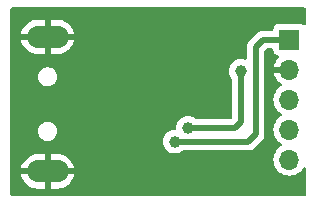
<source format=gbl>
G04 #@! TF.GenerationSoftware,KiCad,Pcbnew,7.0.6*
G04 #@! TF.CreationDate,2023-08-23T21:48:07+08:00*
G04 #@! TF.ProjectId,USB_TTL,5553425f-5454-44c2-9e6b-696361645f70,rev?*
G04 #@! TF.SameCoordinates,Original*
G04 #@! TF.FileFunction,Copper,L2,Bot*
G04 #@! TF.FilePolarity,Positive*
%FSLAX46Y46*%
G04 Gerber Fmt 4.6, Leading zero omitted, Abs format (unit mm)*
G04 Created by KiCad (PCBNEW 7.0.6) date 2023-08-23 21:48:07*
%MOMM*%
%LPD*%
G01*
G04 APERTURE LIST*
G04 #@! TA.AperFunction,ComponentPad*
%ADD10O,3.500000X1.900000*%
G04 #@! TD*
G04 #@! TA.AperFunction,ComponentPad*
%ADD11R,1.700000X1.700000*%
G04 #@! TD*
G04 #@! TA.AperFunction,ComponentPad*
%ADD12O,1.700000X1.700000*%
G04 #@! TD*
G04 #@! TA.AperFunction,ViaPad*
%ADD13C,1.000000*%
G04 #@! TD*
G04 #@! TA.AperFunction,Conductor*
%ADD14C,0.500000*%
G04 #@! TD*
G04 APERTURE END LIST*
D10*
X168571000Y-90282000D03*
X168571000Y-78882000D03*
D11*
X189046000Y-79126000D03*
D12*
X189046000Y-81666000D03*
X189046000Y-84206000D03*
X189046000Y-86746000D03*
X189046000Y-89286000D03*
D13*
X184912000Y-81788000D03*
X180467000Y-86614000D03*
X179324000Y-87757000D03*
D14*
X184912000Y-86106000D02*
X184404000Y-86614000D01*
X184404000Y-86614000D02*
X180467000Y-86614000D01*
X184912000Y-81788000D02*
X184912000Y-86106000D01*
X186182000Y-79756000D02*
X186812000Y-79126000D01*
X185547000Y-87757000D02*
X186182000Y-87122000D01*
X186812000Y-79126000D02*
X189046000Y-79126000D01*
X179324000Y-87757000D02*
X185547000Y-87757000D01*
X186182000Y-87122000D02*
X186182000Y-79756000D01*
G04 #@! TA.AperFunction,Conductor*
G36*
X190367539Y-76422185D02*
G01*
X190413294Y-76474989D01*
X190424500Y-76526500D01*
X190424500Y-77798708D01*
X190404815Y-77865747D01*
X190352011Y-77911502D01*
X190282853Y-77921446D01*
X190226189Y-77897974D01*
X190138335Y-77832206D01*
X190138328Y-77832202D01*
X190003482Y-77781908D01*
X190003483Y-77781908D01*
X189943883Y-77775501D01*
X189943881Y-77775500D01*
X189943873Y-77775500D01*
X189943864Y-77775500D01*
X188148129Y-77775500D01*
X188148123Y-77775501D01*
X188088516Y-77781908D01*
X187953671Y-77832202D01*
X187953664Y-77832206D01*
X187838455Y-77918452D01*
X187838452Y-77918455D01*
X187752206Y-78033664D01*
X187752202Y-78033671D01*
X187701908Y-78168517D01*
X187695501Y-78228116D01*
X187695500Y-78228135D01*
X187695500Y-78251500D01*
X187675815Y-78318539D01*
X187623011Y-78364294D01*
X187571500Y-78375500D01*
X186875708Y-78375500D01*
X186857737Y-78374191D01*
X186833979Y-78370711D01*
X186833973Y-78370710D01*
X186788903Y-78374654D01*
X186781931Y-78375264D01*
X186776530Y-78375500D01*
X186768289Y-78375500D01*
X186746579Y-78378037D01*
X186735724Y-78379306D01*
X186720419Y-78380645D01*
X186659199Y-78386001D01*
X186652132Y-78387460D01*
X186652120Y-78387404D01*
X186644763Y-78389035D01*
X186644777Y-78389092D01*
X186637743Y-78390759D01*
X186565575Y-78417025D01*
X186492675Y-78441181D01*
X186486126Y-78444236D01*
X186486101Y-78444183D01*
X186479308Y-78447471D01*
X186479334Y-78447523D01*
X186472880Y-78450764D01*
X186408708Y-78492971D01*
X186343347Y-78533285D01*
X186337683Y-78537765D01*
X186337647Y-78537719D01*
X186331797Y-78542485D01*
X186331834Y-78542529D01*
X186326305Y-78547168D01*
X186273598Y-78603033D01*
X185696358Y-79180272D01*
X185682729Y-79192051D01*
X185663468Y-79206390D01*
X185629898Y-79246397D01*
X185626253Y-79250376D01*
X185620409Y-79256222D01*
X185600059Y-79281959D01*
X185550695Y-79340789D01*
X185546729Y-79346819D01*
X185546682Y-79346788D01*
X185542630Y-79353147D01*
X185542679Y-79353177D01*
X185538889Y-79359321D01*
X185506424Y-79428941D01*
X185471960Y-79497566D01*
X185469488Y-79504357D01*
X185469432Y-79504336D01*
X185466960Y-79511450D01*
X185467015Y-79511469D01*
X185464742Y-79518327D01*
X185456975Y-79555946D01*
X185449207Y-79593565D01*
X185436001Y-79649284D01*
X185431498Y-79668286D01*
X185430661Y-79675454D01*
X185430601Y-79675447D01*
X185429835Y-79682945D01*
X185429895Y-79682951D01*
X185429265Y-79690140D01*
X185431500Y-79766916D01*
X185431500Y-80732874D01*
X185411815Y-80799913D01*
X185359011Y-80845668D01*
X185289853Y-80855612D01*
X185271505Y-80851535D01*
X185108130Y-80801975D01*
X184912000Y-80782659D01*
X184715870Y-80801975D01*
X184527266Y-80859188D01*
X184353467Y-80952086D01*
X184353460Y-80952090D01*
X184201116Y-81077116D01*
X184076090Y-81229460D01*
X184076086Y-81229467D01*
X183983188Y-81403266D01*
X183925975Y-81591870D01*
X183906659Y-81788000D01*
X183925975Y-81984129D01*
X183925976Y-81984132D01*
X183981145Y-82166000D01*
X183983188Y-82172733D01*
X184076084Y-82346529D01*
X184076087Y-82346533D01*
X184076090Y-82346538D01*
X184133354Y-82416314D01*
X184160666Y-82480620D01*
X184161500Y-82494976D01*
X184161500Y-85739500D01*
X184141815Y-85806539D01*
X184089011Y-85852294D01*
X184037500Y-85863500D01*
X181173978Y-85863500D01*
X181106939Y-85843815D01*
X181095313Y-85835353D01*
X181025539Y-85778090D01*
X181025532Y-85778086D01*
X180851733Y-85685188D01*
X180851727Y-85685186D01*
X180663132Y-85627976D01*
X180663129Y-85627975D01*
X180467000Y-85608659D01*
X180270870Y-85627975D01*
X180082266Y-85685188D01*
X179908467Y-85778086D01*
X179908460Y-85778090D01*
X179756116Y-85903116D01*
X179631090Y-86055460D01*
X179631086Y-86055467D01*
X179538188Y-86229266D01*
X179480975Y-86417870D01*
X179461659Y-86614000D01*
X179461659Y-86614002D01*
X179461889Y-86616340D01*
X179461659Y-86617552D01*
X179461659Y-86620092D01*
X179461177Y-86620092D01*
X179448865Y-86684985D01*
X179400796Y-86735692D01*
X179332944Y-86752361D01*
X179326340Y-86751889D01*
X179324003Y-86751659D01*
X179324000Y-86751659D01*
X179127870Y-86770975D01*
X178939266Y-86828188D01*
X178765467Y-86921086D01*
X178765460Y-86921090D01*
X178613116Y-87046116D01*
X178488090Y-87198460D01*
X178488086Y-87198467D01*
X178395188Y-87372266D01*
X178337975Y-87560870D01*
X178318659Y-87757000D01*
X178337975Y-87953129D01*
X178395188Y-88141733D01*
X178488086Y-88315532D01*
X178488090Y-88315539D01*
X178613116Y-88467883D01*
X178765460Y-88592909D01*
X178765467Y-88592913D01*
X178939266Y-88685811D01*
X178939269Y-88685811D01*
X178939273Y-88685814D01*
X179127868Y-88743024D01*
X179324000Y-88762341D01*
X179520132Y-88743024D01*
X179708727Y-88685814D01*
X179882538Y-88592910D01*
X179952312Y-88535647D01*
X180016623Y-88508334D01*
X180030978Y-88507500D01*
X185483295Y-88507500D01*
X185501265Y-88508809D01*
X185525023Y-88512289D01*
X185577068Y-88507735D01*
X185582470Y-88507500D01*
X185590704Y-88507500D01*
X185590709Y-88507500D01*
X185602327Y-88506141D01*
X185623276Y-88503693D01*
X185636028Y-88502577D01*
X185699797Y-88496999D01*
X185699805Y-88496996D01*
X185706866Y-88495539D01*
X185706878Y-88495598D01*
X185714243Y-88493965D01*
X185714229Y-88493906D01*
X185721246Y-88492241D01*
X185721255Y-88492241D01*
X185793423Y-88465974D01*
X185866334Y-88441814D01*
X185866343Y-88441807D01*
X185872882Y-88438760D01*
X185872908Y-88438816D01*
X185879690Y-88435532D01*
X185879663Y-88435478D01*
X185886106Y-88432240D01*
X185886117Y-88432237D01*
X185950283Y-88390034D01*
X186015656Y-88349712D01*
X186015662Y-88349705D01*
X186021325Y-88345229D01*
X186021362Y-88345277D01*
X186027204Y-88340518D01*
X186027164Y-88340471D01*
X186032686Y-88335836D01*
X186032696Y-88335830D01*
X186054399Y-88312825D01*
X186085387Y-88279981D01*
X186450941Y-87914425D01*
X186667641Y-87697724D01*
X186681260Y-87685954D01*
X186700530Y-87671610D01*
X186734123Y-87631574D01*
X186737757Y-87627608D01*
X186743591Y-87621776D01*
X186763930Y-87596052D01*
X186813302Y-87537214D01*
X186813306Y-87537205D01*
X186817274Y-87531175D01*
X186817325Y-87531208D01*
X186821369Y-87524860D01*
X186821317Y-87524828D01*
X186825104Y-87518685D01*
X186825111Y-87518677D01*
X186857572Y-87449063D01*
X186892040Y-87380433D01*
X186892041Y-87380427D01*
X186894508Y-87373650D01*
X186894566Y-87373671D01*
X186897043Y-87366544D01*
X186896986Y-87366526D01*
X186899255Y-87359679D01*
X186899256Y-87359674D01*
X186899257Y-87359672D01*
X186914790Y-87284441D01*
X186932500Y-87209721D01*
X186932500Y-87209719D01*
X186933339Y-87202548D01*
X186933398Y-87202554D01*
X186934164Y-87195054D01*
X186934105Y-87195049D01*
X186934734Y-87187859D01*
X186932500Y-87111082D01*
X186932500Y-80118229D01*
X186952185Y-80051190D01*
X186968819Y-80030548D01*
X187086548Y-79912819D01*
X187147871Y-79879334D01*
X187174229Y-79876500D01*
X187571501Y-79876500D01*
X187638540Y-79896185D01*
X187684295Y-79948989D01*
X187695501Y-80000500D01*
X187695501Y-80023876D01*
X187701908Y-80083483D01*
X187752202Y-80218328D01*
X187752206Y-80218335D01*
X187838452Y-80333544D01*
X187838455Y-80333547D01*
X187953664Y-80419793D01*
X187953671Y-80419797D01*
X187953674Y-80419798D01*
X188085598Y-80469002D01*
X188141531Y-80510873D01*
X188165949Y-80576337D01*
X188151098Y-80644610D01*
X188129947Y-80672865D01*
X188007886Y-80794926D01*
X187872400Y-80988420D01*
X187872399Y-80988422D01*
X187772570Y-81202507D01*
X187772567Y-81202513D01*
X187715364Y-81415999D01*
X187715364Y-81416000D01*
X188612314Y-81416000D01*
X188586507Y-81456156D01*
X188546000Y-81594111D01*
X188546000Y-81737889D01*
X188586507Y-81875844D01*
X188612314Y-81916000D01*
X187715364Y-81916000D01*
X187772567Y-82129486D01*
X187772570Y-82129492D01*
X187872399Y-82343578D01*
X188007894Y-82537082D01*
X188174917Y-82704105D01*
X188360595Y-82834119D01*
X188404219Y-82888696D01*
X188411412Y-82958195D01*
X188379890Y-83020549D01*
X188360595Y-83037269D01*
X188174594Y-83167508D01*
X188007505Y-83334597D01*
X187871965Y-83528169D01*
X187871964Y-83528171D01*
X187772098Y-83742335D01*
X187772094Y-83742344D01*
X187710938Y-83970586D01*
X187710936Y-83970596D01*
X187690341Y-84205999D01*
X187690341Y-84206000D01*
X187710936Y-84441403D01*
X187710938Y-84441413D01*
X187772094Y-84669655D01*
X187772096Y-84669659D01*
X187772097Y-84669663D01*
X187862326Y-84863159D01*
X187871965Y-84883830D01*
X187871967Y-84883834D01*
X187921737Y-84954912D01*
X188007501Y-85077396D01*
X188007506Y-85077402D01*
X188174597Y-85244493D01*
X188174603Y-85244498D01*
X188360158Y-85374425D01*
X188403783Y-85429002D01*
X188410977Y-85498500D01*
X188379454Y-85560855D01*
X188360158Y-85577575D01*
X188174597Y-85707505D01*
X188007505Y-85874597D01*
X187871965Y-86068169D01*
X187871964Y-86068171D01*
X187772098Y-86282335D01*
X187772094Y-86282344D01*
X187710938Y-86510586D01*
X187710936Y-86510596D01*
X187690341Y-86745999D01*
X187690341Y-86746000D01*
X187710936Y-86981403D01*
X187710938Y-86981413D01*
X187772094Y-87209655D01*
X187772096Y-87209659D01*
X187772097Y-87209663D01*
X187851729Y-87380433D01*
X187871965Y-87423830D01*
X187871967Y-87423834D01*
X187980281Y-87578521D01*
X188007501Y-87617396D01*
X188007506Y-87617402D01*
X188174597Y-87784493D01*
X188174603Y-87784498D01*
X188360158Y-87914425D01*
X188403783Y-87969002D01*
X188410977Y-88038500D01*
X188379454Y-88100855D01*
X188360158Y-88117575D01*
X188174597Y-88247505D01*
X188007505Y-88414597D01*
X187871965Y-88608169D01*
X187871964Y-88608171D01*
X187772098Y-88822335D01*
X187772094Y-88822344D01*
X187710938Y-89050586D01*
X187710936Y-89050596D01*
X187690341Y-89285999D01*
X187690341Y-89286000D01*
X187710936Y-89521403D01*
X187710938Y-89521413D01*
X187772094Y-89749655D01*
X187772096Y-89749659D01*
X187772097Y-89749663D01*
X187844995Y-89905993D01*
X187871965Y-89963830D01*
X187871967Y-89963834D01*
X187896073Y-89998260D01*
X188007505Y-90157401D01*
X188174599Y-90324495D01*
X188258531Y-90383265D01*
X188368165Y-90460032D01*
X188368167Y-90460033D01*
X188368170Y-90460035D01*
X188582337Y-90559903D01*
X188810592Y-90621063D01*
X188998918Y-90637539D01*
X189045999Y-90641659D01*
X189046000Y-90641659D01*
X189046001Y-90641659D01*
X189085234Y-90638226D01*
X189281408Y-90621063D01*
X189509663Y-90559903D01*
X189723830Y-90460035D01*
X189917401Y-90324495D01*
X190084495Y-90157401D01*
X190198925Y-89993977D01*
X190253502Y-89950353D01*
X190323000Y-89943159D01*
X190385355Y-89974682D01*
X190420769Y-90034912D01*
X190424500Y-90065101D01*
X190424500Y-92256500D01*
X190404815Y-92323539D01*
X190352011Y-92369294D01*
X190300500Y-92380500D01*
X165553500Y-92380500D01*
X165486461Y-92360815D01*
X165440706Y-92308011D01*
X165429500Y-92256500D01*
X165429500Y-90532000D01*
X166342669Y-90532000D01*
X166360553Y-90639176D01*
X166438576Y-90866449D01*
X166438578Y-90866455D01*
X166552947Y-91077790D01*
X166700544Y-91267422D01*
X166877338Y-91430173D01*
X166877342Y-91430176D01*
X167078509Y-91561606D01*
X167298571Y-91658134D01*
X167531523Y-91717125D01*
X167711035Y-91732000D01*
X168321000Y-91732000D01*
X168321000Y-90732000D01*
X168821000Y-90732000D01*
X168821000Y-91732000D01*
X169430965Y-91732000D01*
X169610476Y-91717125D01*
X169843428Y-91658134D01*
X170063490Y-91561606D01*
X170264657Y-91430176D01*
X170264661Y-91430173D01*
X170441455Y-91267422D01*
X170589052Y-91077790D01*
X170703421Y-90866455D01*
X170703423Y-90866449D01*
X170781446Y-90639176D01*
X170799331Y-90532000D01*
X169746278Y-90532000D01*
X169794625Y-90448260D01*
X169824810Y-90316008D01*
X169814673Y-90180735D01*
X169765113Y-90054459D01*
X169747203Y-90032000D01*
X170799330Y-90032000D01*
X170799330Y-90031999D01*
X170781446Y-89924823D01*
X170703423Y-89697550D01*
X170703421Y-89697544D01*
X170589052Y-89486209D01*
X170441455Y-89296577D01*
X170264661Y-89133826D01*
X170264657Y-89133823D01*
X170063490Y-89002393D01*
X169843428Y-88905865D01*
X169610476Y-88846874D01*
X169430965Y-88832000D01*
X168821000Y-88832000D01*
X168821000Y-89832000D01*
X168321000Y-89832000D01*
X168321000Y-88832000D01*
X167711035Y-88832000D01*
X167531523Y-88846874D01*
X167298571Y-88905865D01*
X167078509Y-89002393D01*
X166877342Y-89133823D01*
X166877338Y-89133826D01*
X166700544Y-89296577D01*
X166552947Y-89486209D01*
X166438578Y-89697544D01*
X166438576Y-89697550D01*
X166360553Y-89924823D01*
X166342669Y-90031999D01*
X166342670Y-90032000D01*
X167395722Y-90032000D01*
X167347375Y-90115740D01*
X167317190Y-90247992D01*
X167327327Y-90383265D01*
X167376887Y-90509541D01*
X167394797Y-90532000D01*
X166342669Y-90532000D01*
X165429500Y-90532000D01*
X165429500Y-86882003D01*
X167765435Y-86882003D01*
X167785630Y-87061249D01*
X167785631Y-87061254D01*
X167845211Y-87231523D01*
X167878462Y-87284441D01*
X167941184Y-87384262D01*
X168068738Y-87511816D01*
X168146804Y-87560868D01*
X168202798Y-87596052D01*
X168221478Y-87607789D01*
X168391745Y-87667367D01*
X168391745Y-87667368D01*
X168391750Y-87667369D01*
X168482246Y-87677565D01*
X168526040Y-87682499D01*
X168526043Y-87682500D01*
X168526046Y-87682500D01*
X168615957Y-87682500D01*
X168615958Y-87682499D01*
X168683104Y-87674934D01*
X168750249Y-87667369D01*
X168750252Y-87667368D01*
X168750255Y-87667368D01*
X168920522Y-87607789D01*
X169073262Y-87511816D01*
X169200816Y-87384262D01*
X169296789Y-87231522D01*
X169356368Y-87061255D01*
X169358074Y-87046116D01*
X169376565Y-86882003D01*
X169376565Y-86881996D01*
X169356369Y-86702750D01*
X169356368Y-86702745D01*
X169296789Y-86532478D01*
X169200816Y-86379738D01*
X169073262Y-86252184D01*
X168920523Y-86156211D01*
X168750254Y-86096631D01*
X168750249Y-86096630D01*
X168615960Y-86081500D01*
X168615954Y-86081500D01*
X168526046Y-86081500D01*
X168526039Y-86081500D01*
X168391750Y-86096630D01*
X168391745Y-86096631D01*
X168221476Y-86156211D01*
X168068737Y-86252184D01*
X167941184Y-86379737D01*
X167845211Y-86532476D01*
X167785631Y-86702745D01*
X167785630Y-86702750D01*
X167765435Y-86881996D01*
X167765435Y-86882003D01*
X165429500Y-86882003D01*
X165429500Y-82282003D01*
X167765435Y-82282003D01*
X167785630Y-82461249D01*
X167785631Y-82461254D01*
X167845211Y-82631523D01*
X167890818Y-82704105D01*
X167941184Y-82784262D01*
X168068738Y-82911816D01*
X168221478Y-83007789D01*
X168305727Y-83037269D01*
X168391745Y-83067368D01*
X168391750Y-83067369D01*
X168482246Y-83077565D01*
X168526040Y-83082499D01*
X168526043Y-83082500D01*
X168526046Y-83082500D01*
X168615957Y-83082500D01*
X168615958Y-83082499D01*
X168683104Y-83074934D01*
X168750249Y-83067369D01*
X168750252Y-83067368D01*
X168750255Y-83067368D01*
X168920522Y-83007789D01*
X169073262Y-82911816D01*
X169200816Y-82784262D01*
X169296789Y-82631522D01*
X169356368Y-82461255D01*
X169357568Y-82450609D01*
X169376565Y-82282003D01*
X169376565Y-82281996D01*
X169356369Y-82102750D01*
X169356368Y-82102745D01*
X169352241Y-82090952D01*
X169296789Y-81932478D01*
X169200816Y-81779738D01*
X169073262Y-81652184D01*
X168920523Y-81556211D01*
X168750254Y-81496631D01*
X168750249Y-81496630D01*
X168615960Y-81481500D01*
X168615954Y-81481500D01*
X168526046Y-81481500D01*
X168526039Y-81481500D01*
X168391750Y-81496630D01*
X168391745Y-81496631D01*
X168221476Y-81556211D01*
X168068737Y-81652184D01*
X167941184Y-81779737D01*
X167845211Y-81932476D01*
X167785631Y-82102745D01*
X167785630Y-82102750D01*
X167765435Y-82281996D01*
X167765435Y-82282003D01*
X165429500Y-82282003D01*
X165429500Y-79132000D01*
X166342669Y-79132000D01*
X166360553Y-79239176D01*
X166438576Y-79466449D01*
X166438578Y-79466455D01*
X166552947Y-79677790D01*
X166700544Y-79867422D01*
X166877338Y-80030173D01*
X166877342Y-80030176D01*
X167078509Y-80161606D01*
X167298571Y-80258134D01*
X167531523Y-80317125D01*
X167711035Y-80332000D01*
X168321000Y-80332000D01*
X168321000Y-79332000D01*
X168821000Y-79332000D01*
X168821000Y-80332000D01*
X169430965Y-80332000D01*
X169610476Y-80317125D01*
X169843428Y-80258134D01*
X170063490Y-80161606D01*
X170264657Y-80030176D01*
X170264661Y-80030173D01*
X170441455Y-79867422D01*
X170589052Y-79677790D01*
X170703421Y-79466455D01*
X170703423Y-79466449D01*
X170781446Y-79239176D01*
X170799331Y-79132000D01*
X169746278Y-79132000D01*
X169794625Y-79048260D01*
X169824810Y-78916008D01*
X169814673Y-78780735D01*
X169765113Y-78654459D01*
X169747203Y-78632000D01*
X170799330Y-78632000D01*
X170799330Y-78631999D01*
X170781446Y-78524823D01*
X170703423Y-78297550D01*
X170703421Y-78297544D01*
X170589052Y-78086209D01*
X170441455Y-77896577D01*
X170264661Y-77733826D01*
X170264657Y-77733823D01*
X170063490Y-77602393D01*
X169843428Y-77505865D01*
X169610476Y-77446874D01*
X169430965Y-77432000D01*
X168821000Y-77432000D01*
X168821000Y-78432000D01*
X168321000Y-78432000D01*
X168321000Y-77432000D01*
X167711035Y-77432000D01*
X167531523Y-77446874D01*
X167298571Y-77505865D01*
X167078509Y-77602393D01*
X166877342Y-77733823D01*
X166877338Y-77733826D01*
X166700544Y-77896577D01*
X166552947Y-78086209D01*
X166438578Y-78297544D01*
X166438576Y-78297550D01*
X166360553Y-78524823D01*
X166342669Y-78631999D01*
X166342670Y-78632000D01*
X167395722Y-78632000D01*
X167347375Y-78715740D01*
X167317190Y-78847992D01*
X167327327Y-78983265D01*
X167376887Y-79109541D01*
X167394797Y-79132000D01*
X166342669Y-79132000D01*
X165429500Y-79132000D01*
X165429500Y-76526500D01*
X165449185Y-76459461D01*
X165501989Y-76413706D01*
X165553500Y-76402500D01*
X190300500Y-76402500D01*
X190367539Y-76422185D01*
G37*
G04 #@! TD.AperFunction*
M02*

</source>
